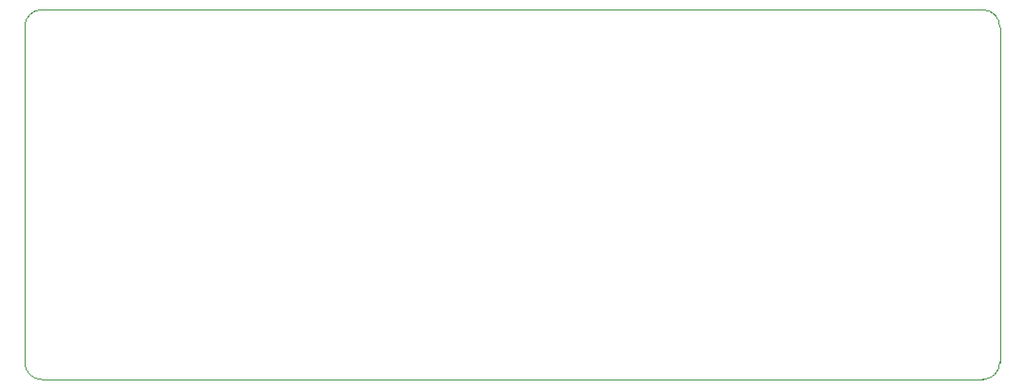
<source format=gbr>
%TF.GenerationSoftware,KiCad,Pcbnew,8.0.2*%
%TF.CreationDate,2024-06-27T01:20:11-06:00*%
%TF.ProjectId,2024_NE555_ChargePump,32303234-5f4e-4453-9535-355f43686172,rev?*%
%TF.SameCoordinates,Original*%
%TF.FileFunction,Profile,NP*%
%FSLAX46Y46*%
G04 Gerber Fmt 4.6, Leading zero omitted, Abs format (unit mm)*
G04 Created by KiCad (PCBNEW 8.0.2) date 2024-06-27 01:20:11*
%MOMM*%
%LPD*%
G01*
G04 APERTURE LIST*
%TA.AperFunction,Profile*%
%ADD10C,0.050000*%
%TD*%
G04 APERTURE END LIST*
D10*
X94615000Y-91287600D02*
X94615000Y-61341000D01*
X180086000Y-92811600D02*
X96139000Y-92811600D01*
X181609788Y-61366396D02*
X181610000Y-91287600D01*
X96164396Y-59817212D02*
X180086000Y-59817000D01*
X94615000Y-61341000D02*
G75*
G02*
X96164396Y-59817212I1524000J0D01*
G01*
X96139000Y-92811600D02*
G75*
G02*
X94615000Y-91287600I0J1524000D01*
G01*
X180086000Y-59817000D02*
G75*
G02*
X181609788Y-61366396I0J-1524000D01*
G01*
X181610000Y-91287600D02*
G75*
G02*
X180086000Y-92811600I-1524000J0D01*
G01*
M02*

</source>
